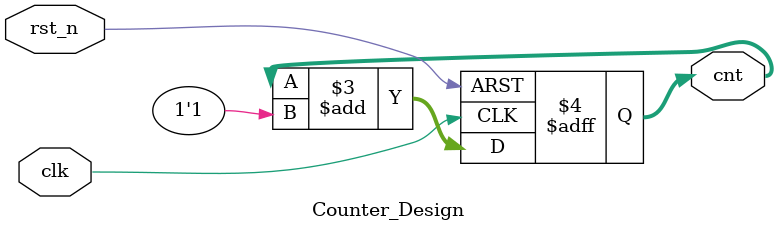
<source format=v>
`timescale 1ns/1ps
module Counter_Design
(
	input clk,
	input rst_n,

	output reg[3:0]	cnt
);

always @ (posedge clk or negedge rst_n)
begin
	if(!rst_n)
		cnt <= 1'b0;
	else 
		cnt <= cnt + 1'b1;
end

endmodule


</source>
